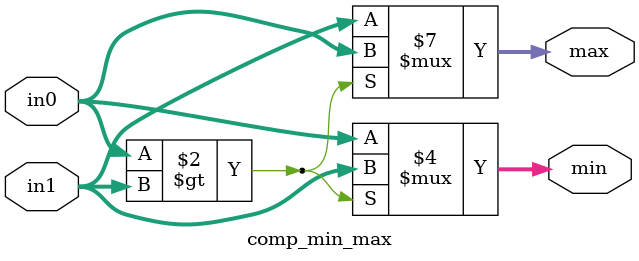
<source format=sv>
`timescale 1ns / 1ps

module comp_min_max(
    input logic [7:0]in0,
    input logic [7:0]in1,
    
    output logic [7:0]max,
    output logic [7:0]min
    
    );
    
    always_comb begin
           if(in0>in1) begin
                max=in0;
                min=in1;
           end 
           
           else begin
                max=in1;
                min=in0;
           end
    end
    
endmodule

</source>
